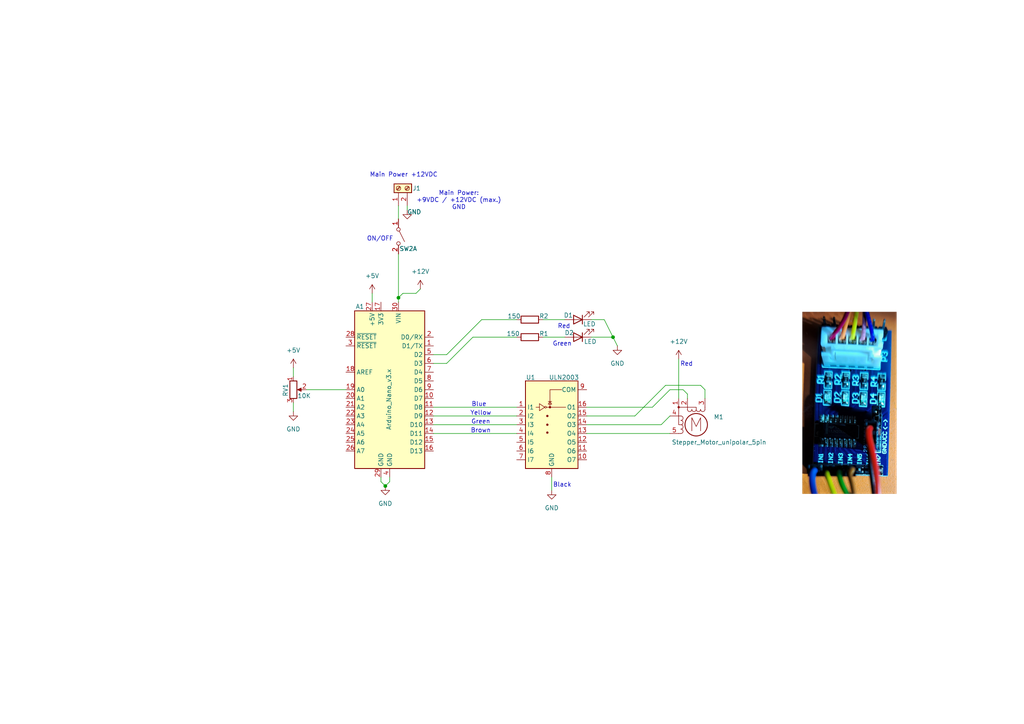
<source format=kicad_sch>
(kicad_sch (version 20250114) (generator "eeschema") (generator_version "9.0")
  (paper "A4")
  (title_block (title "Pot-meter controller for stepMotor") (date "2025-05-28") (rev "ver. 1.2") (company "EaCode") (comment 1 "HgMJK, N-bane"))
  (lib_symbols
    (symbol "Connector:Screw_Terminal_01x02" (pin_names (offset 1.016) (hide yes))
      (property "Reference" "J" (at 0 2.54 0))
      (property "Value" "Screw_Terminal_01x02" (at 0 -5.08 0))
      (symbol "Screw_Terminal_01x02_1_1"
        (rectangle (start -1.27 1.27) (end 1.27 -3.81) (stroke (width 0.254)) (fill (type background)))
        (polyline (pts (xy -0.5334 0.3302) (xy 0.3302 -0.508)) (stroke (width 0.1524)))
        (polyline (pts (xy -0.5334 -2.2098) (xy 0.3302 -3.048)) (stroke (width 0.1524)))
        (polyline (pts (xy -0.3556 0.508) (xy 0.508 -0.3302)) (stroke (width 0.1524)))
        (polyline (pts (xy -0.3556 -2.032) (xy 0.508 -2.8702)) (stroke (width 0.1524)))
        (circle (center 0 0) (radius 0.635) (stroke (width 0.1524)))
        (circle (center 0 -2.54) (radius 0.635) (stroke (width 0.1524)))
        (pin passive line (at -5.08 0 0) (length 3.81) (name "Pin_1") (number "1"))
        (pin passive line (at -5.08 -2.54 0) (length 3.81) (name "Pin_2") (number "2"))
      )
    )
    (symbol "Device:LED" (pin_numbers (hide yes)) (pin_names (offset 1.016) (hide yes))
      (property "Reference" "D" (at 0 2.54 0))
      (property "Value" "LED" (at 0 -2.54 0))
      (symbol "LED_0_1"
        (polyline (pts (xy -3.048 -0.762) (xy -4.572 -2.286) (xy -3.81 -2.286) (xy -4.572 -2.286) (xy -4.572 -1.524)))
        (polyline (pts (xy -1.778 -0.762) (xy -3.302 -2.286) (xy -2.54 -2.286) (xy -3.302 -2.286) (xy -3.302 -1.524)))
        (polyline (pts (xy -1.27 0) (xy 1.27 0)))
        (polyline (pts (xy -1.27 -1.27) (xy -1.27 1.27)) (stroke (width 0.254)))
        (polyline (pts (xy 1.27 -1.27) (xy 1.27 1.27) (xy -1.27 0) (xy 1.27 -1.27)) (stroke (width 0.254)))
      )
      (symbol "LED_1_1"
        (pin passive line (at -3.81 0 0) (length 2.54) (name "K") (number "1"))
        (pin passive line (at 3.81 0 180) (length 2.54) (name "A") (number "2"))
      )
    )
    (symbol "Device:R" (pin_numbers (hide yes)) (pin_names (offset 0))
      (property "Reference" "R" (at 2.032 0 90))
      (property "Value" "R" (at 0 0 90))
      (symbol "R_0_1"
        (rectangle (start -1.016 -2.54) (end 1.016 2.54) (stroke (width 0.254)))
      )
      (symbol "R_1_1"
        (pin passive line (at 0 3.81 270) (length 1.27) (name "~") (number "1"))
        (pin passive line (at 0 -3.81 90) (length 1.27) (name "~") (number "2"))
      )
    )
    (symbol "Device:R_Potentiometer" (pin_names (offset 1.016) (hide yes))
      (property "Reference" "RV" (at -4.445 0 90))
      (property "Value" "R_Potentiometer" (at -2.54 0 90))
      (symbol "R_Potentiometer_0_1"
        (rectangle (start 1.016 2.54) (end -1.016 -2.54) (stroke (width 0.254)))
        (polyline (pts (xy 1.143 0) (xy 2.286 0.508) (xy 2.286 -0.508) (xy 1.143 0)) (fill (type outline)))
        (polyline (pts (xy 2.54 0) (xy 1.524 0)))
      )
      (symbol "R_Potentiometer_1_1"
        (pin passive line (at 0 3.81 270) (length 1.27) (name "1") (number "1"))
        (pin passive line (at 0 -3.81 90) (length 1.27) (name "3") (number "3"))
        (pin passive line (at 3.81 0 180) (length 1.27) (name "2") (number "2"))
      )
    )
    (symbol "MCU_Module:Arduino_Nano_v3.x"
      (property "Reference" "A" (at -10.16 23.495 0))
      (property "Value" "Arduino_Nano_v3.x" (at 5.08 -24.13 0))
      (symbol "Arduino_Nano_v3.x_0_1"
        (rectangle (start -10.16 22.86) (end 10.16 -22.86) (stroke (width 0.254)) (fill (type background)))
      )
      (symbol "Arduino_Nano_v3.x_1_1"
        (pin bidirectional line (at -12.7 15.24 0) (length 2.54) (name "D0/RX") (number "2"))
        (pin bidirectional line (at -12.7 12.7 0) (length 2.54) (name "D1/TX") (number "1"))
        (pin bidirectional line (at -12.7 10.16 0) (length 2.54) (name "D2") (number "5"))
        (pin bidirectional line (at -12.7 7.62 0) (length 2.54) (name "D3") (number "6"))
        (pin bidirectional line (at -12.7 5.08 0) (length 2.54) (name "D4") (number "7"))
        (pin bidirectional line (at -12.7 2.54 0) (length 2.54) (name "D5") (number "8"))
        (pin bidirectional line (at -12.7 0 0) (length 2.54) (name "D6") (number "9"))
        (pin bidirectional line (at -12.7 -2.54 0) (length 2.54) (name "D7") (number "10"))
        (pin bidirectional line (at -12.7 -5.08 0) (length 2.54) (name "D8") (number "11"))
        (pin bidirectional line (at -12.7 -7.62 0) (length 2.54) (name "D9") (number "12"))
        (pin bidirectional line (at -12.7 -10.16 0) (length 2.54) (name "D10") (number "13"))
        (pin bidirectional line (at -12.7 -12.7 0) (length 2.54) (name "D11") (number "14"))
        (pin bidirectional line (at -12.7 -15.24 0) (length 2.54) (name "D12") (number "15"))
        (pin bidirectional line (at -12.7 -17.78 0) (length 2.54) (name "D13") (number "16"))
        (pin power_in line (at -2.54 25.4 270) (length 2.54) (name "VIN") (number "30"))
        (pin power_in line (at 0 -25.4 90) (length 2.54) (name "GND") (number "4"))
        (pin power_out line (at 2.54 25.4 270) (length 2.54) (name "3V3") (number "17"))
        (pin power_in line (at 2.54 -25.4 90) (length 2.54) (name "GND") (number "29"))
        (pin power_out line (at 5.08 25.4 270) (length 2.54) (name "+5V") (number "27"))
        (pin input line (at 12.7 15.24 180) (length 2.54) (name "~{RESET}") (number "28"))
        (pin input line (at 12.7 12.7 180) (length 2.54) (name "~{RESET}") (number "3"))
        (pin input line (at 12.7 5.08 180) (length 2.54) (name "AREF") (number "18"))
        (pin bidirectional line (at 12.7 0 180) (length 2.54) (name "A0") (number "19"))
        (pin bidirectional line (at 12.7 -2.54 180) (length 2.54) (name "A1") (number "20"))
        (pin bidirectional line (at 12.7 -5.08 180) (length 2.54) (name "A2") (number "21"))
        (pin bidirectional line (at 12.7 -7.62 180) (length 2.54) (name "A3") (number "22"))
        (pin bidirectional line (at 12.7 -10.16 180) (length 2.54) (name "A4") (number "23"))
        (pin bidirectional line (at 12.7 -12.7 180) (length 2.54) (name "A5") (number "24"))
        (pin bidirectional line (at 12.7 -15.24 180) (length 2.54) (name "A6") (number "25"))
        (pin bidirectional line (at 12.7 -17.78 180) (length 2.54) (name "A7") (number "26"))
      )
    )
    (symbol "Motor:Stepper_Motor_unipolar_5pin" (pin_names (offset 0) (hide yes))
      (property "Reference" "M" (at 3.81 2.54 0))
      (property "Value" "Stepper_Motor_unipolar_5pin" (at 3.81 1.27 0))
      (symbol "Stepper_Motor_unipolar_5pin_0_0"
        (polyline (pts (xy -1.27 -1.778) (xy -1.27 2.032) (xy 0 -0.508) (xy 1.27 2.032) (xy 1.27 -1.778)))
      )
      (symbol "Stepper_Motor_unipolar_5pin_0_1"
        (circle (center -5.08 5.08) (radius 0.0001) (fill (type outline)))
        (circle (center -5.08 5.08) (radius 0.254) (fill (type outline)))
        (polyline (pts (xy -5.08 5.08) (xy -5.08 0) (xy -4.445 0)))
        (polyline (pts (xy -5.08 2.54) (xy -4.445 2.54)))
        (polyline (pts (xy -5.08 -2.54) (xy -4.445 -2.54)))
        (arc (start -4.445 2.54) (mid -3.8127 1.905) (end -4.445 1.27))
        (arc (start -4.445 1.27) (mid -3.8127 0.635) (end -4.445 0))
        (arc (start -4.445 0) (mid -3.8127 -0.635) (end -4.445 -1.27))
        (arc (start -4.445 -1.27) (mid -3.8127 -1.905) (end -4.445 -2.54))
        (polyline (pts (xy -2.54 4.445) (xy -2.54 5.08)))
        (arc (start -1.27 4.445) (mid -1.905 3.8127) (end -2.54 4.445))
        (arc (start 0 4.445) (mid -0.635 3.8127) (end -1.27 4.445))
        (polyline (pts (xy 0 4.445) (xy 0 5.08) (xy -5.08 5.08)))
        (circle (center 0 0) (radius 3.2512) (stroke (width 0.254)))
        (arc (start 1.27 4.445) (mid 0.635 3.8127) (end 0 4.445))
        (arc (start 2.54 4.445) (mid 1.905 3.8127) (end 1.27 4.445))
        (polyline (pts (xy 2.54 4.445) (xy 2.54 5.08)))
      )
      (symbol "Stepper_Motor_unipolar_5pin_1_1"
        (pin passive line (at -7.62 2.54 0) (length 2.54) (name "~") (number "4"))
        (pin passive line (at -7.62 -2.54 0) (length 2.54) (name "~") (number "5"))
        (pin passive line (at -5.08 7.62 270) (length 2.54) (name "~") (number "1"))
        (pin passive line (at -2.54 7.62 270) (length 2.54) (name "~") (number "2"))
        (pin passive line (at 2.54 7.62 270) (length 2.54) (name "-") (number "3"))
      )
    )
    (symbol "Switch:SW_DPST_x2" (pin_names (offset 0) (hide yes))
      (property "Reference" "SW" (at 0 3.175 0))
      (property "Value" "SW_DPST_x2" (at 0 -2.54 0))
      (symbol "SW_DPST_x2_0_0"
        (circle (center -2.032 0) (radius 0.508))
        (polyline (pts (xy -1.524 0.254) (xy 1.524 1.778)))
        (circle (center 2.032 0) (radius 0.508))
      )
      (symbol "SW_DPST_x2_1_1"
        (pin passive line (at -5.08 0 0) (length 2.54) (name "A") (number "1"))
        (pin passive line (at 5.08 0 180) (length 2.54) (name "B") (number "2"))
      )
      (symbol "SW_DPST_x2_2_1"
        (pin passive line (at -5.08 0 0) (length 2.54) (name "A") (number "3"))
        (pin passive line (at 5.08 0 180) (length 2.54) (name "B") (number "4"))
      )
    )
    (symbol "Transistor_Array:ULN2003"
      (property "Reference" "U" (at 0 15.875 0))
      (property "Value" "ULN2003" (at 0 13.97 0))
      (symbol "ULN2003_0_1"
        (rectangle (start -7.62 -12.7) (end 7.62 12.7) (stroke (width 0.254)) (fill (type background)))
        (polyline (pts (xy -4.572 5.08) (xy -3.556 5.08)))
        (polyline (pts (xy -3.556 6.096) (xy -3.556 4.064) (xy -2.032 5.08) (xy -3.556 6.096)))
        (circle (center -1.778 5.08) (radius 0.254))
        (polyline (pts (xy -1.524 5.08) (xy 4.064 5.08)))
        (circle (center -1.27 2.54) (radius 0.254) (fill (type outline)))
        (circle (center -1.27 0) (radius 0.254) (fill (type outline)))
        (circle (center -1.27 -2.286) (radius 0.254) (fill (type outline)))
        (circle (center -0.508 5.08) (radius 0.254) (fill (type outline)))
        (polyline (pts (xy -0.508 5.08) (xy -0.508 10.16) (xy 2.921 10.16)))
        (polyline (pts (xy 0 6.731) (xy -1.016 6.731)))
        (polyline (pts (xy 0 5.969) (xy -1.016 5.969) (xy -0.508 6.731) (xy 0 5.969)))
      )
      (symbol "ULN2003_1_1"
        (pin input line (at -10.16 5.08 0) (length 2.54) (name "I1") (number "1"))
        (pin input line (at -10.16 2.54 0) (length 2.54) (name "I2") (number "2"))
        (pin input line (at -10.16 0 0) (length 2.54) (name "I3") (number "3"))
        (pin input line (at -10.16 -2.54 0) (length 2.54) (name "I4") (number "4"))
        (pin input line (at -10.16 -5.08 0) (length 2.54) (name "I5") (number "5"))
        (pin input line (at -10.16 -7.62 0) (length 2.54) (name "I6") (number "6"))
        (pin input line (at -10.16 -10.16 0) (length 2.54) (name "I7") (number "7"))
        (pin power_in line (at 0 -15.24 90) (length 2.54) (name "GND") (number "8"))
        (pin passive line (at 10.16 10.16 180) (length 2.54) (name "COM") (number "9"))
        (pin open_collector line (at 10.16 5.08 180) (length 2.54) (name "O1") (number "16"))
        (pin open_collector line (at 10.16 2.54 180) (length 2.54) (name "O2") (number "15"))
        (pin open_collector line (at 10.16 0 180) (length 2.54) (name "O3") (number "14"))
        (pin open_collector line (at 10.16 -2.54 180) (length 2.54) (name "O4") (number "13"))
        (pin open_collector line (at 10.16 -5.08 180) (length 2.54) (name "O5") (number "12"))
        (pin open_collector line (at 10.16 -7.62 180) (length 2.54) (name "O6") (number "11"))
        (pin open_collector line (at 10.16 -10.16 180) (length 2.54) (name "O7") (number "10"))
      )
    )
    (symbol "power:+12V" (power) (pin_numbers (hide yes)) (pin_names (offset 0) (hide yes))
      (property "Value" "+12V" (at 0 3.556 0))
      (symbol "+12V_0_1"
        (polyline (pts (xy -0.762 1.27) (xy 0 2.54)))
        (polyline (pts (xy 0 2.54) (xy 0.762 1.27)))
        (polyline (pts (xy 0 0) (xy 0 2.54)))
      )
      (symbol "+12V_1_1"
        (pin power_in line (at 0 0 90) (length 0) (name "~") (number "1"))
      )
    )
    (symbol "power:+5V" (power) (pin_numbers (hide yes)) (pin_names (offset 0) (hide yes))
      (property "Value" "+5V" (at 0 3.556 0))
      (symbol "+5V_0_1"
        (polyline (pts (xy -0.762 1.27) (xy 0 2.54)))
        (polyline (pts (xy 0 2.54) (xy 0.762 1.27)))
        (polyline (pts (xy 0 0) (xy 0 2.54)))
      )
      (symbol "+5V_1_1"
        (pin power_in line (at 0 0 90) (length 0) (name "~") (number "1"))
      )
    )
    (symbol "power:GND" (power) (pin_numbers (hide yes)) (pin_names (offset 0) (hide yes))
      (property "Value" "GND" (at 0 -3.81 0))
      (symbol "GND_0_1"
        (polyline (pts (xy 0 0) (xy 0 -1.27) (xy 1.27 -1.27) (xy 0 -2.54) (xy -1.27 -1.27) (xy 0 -1.27)))
      )
      (symbol "GND_1_1"
        (pin power_in line (at 0 0 270) (length 0) (name "~") (number "1"))
      )
    )
  )
  (text "Main Power +12VDC" (at 117.094 50.8 0) (effects (font (size 1.27 1.27))))
  (text "Red" (at 163.576 94.742 0) (effects (font (size 1.27 1.27))))
  (text "Black" (at 163.068 140.716 0) (effects (font (size 1.27 1.27))))
  (text "Green" (at 163.068 99.822 0) (effects (font (size 1.27 1.27))))
  (text "Red" (at 199.136 105.664 0) (effects (font (size 1.27 1.27))))
  (text "Green" (at 139.446 122.428 0) (effects (font (size 1.27 1.27))))
  (text "Main Power:\n+9VDC / +12VDC (max.)\nGND\n" (at 133.096 58.166 0) (effects (font (size 1.27 1.27))))
  (text "ON/OFF" (at 110.236 69.342 0) (effects (font (size 1.27 1.27))))
  (text "Yellow" (at 139.446 119.888 0) (effects (font (size 1.27 1.27))))
  (text "Brown" (at 139.446 124.968 0) (effects (font (size 1.27 1.27))))
  (text "Blue" (at 138.938 117.348 0) (effects (font (size 1.27 1.27))))
  (junction (at 115.57 86.36))
  (junction (at 177.8 97.79))
  (junction (at 111.76 140.97))
  (wire (pts (xy 115.57 59.69) (xy 115.57 63.5)))
  (wire (pts (xy 160.02 142.24) (xy 160.02 138.43)))
  (wire (pts (xy 113.03 138.43) (xy 113.03 139.7)))
  (wire (pts (xy 171.45 97.79) (xy 177.8 97.79)))
  (wire (pts (xy 194.31 113.03) (xy 198.12 113.03)))
  (wire (pts (xy 125.73 102.87) (xy 129.54 102.87)))
  (wire (pts (xy 110.49 139.7) (xy 111.76 140.97)))
  (wire (pts (xy 199.39 114.3) (xy 199.39 115.57)))
  (wire (pts (xy 118.11 59.69) (xy 118.11 60.96)))
  (wire (pts (xy 116.84 85.09) (xy 115.57 86.36)))
  (wire (pts (xy 149.86 92.71) (xy 139.7 92.71)))
  (wire (pts (xy 115.57 73.66) (xy 115.57 86.36)))
  (wire (pts (xy 196.85 104.14) (xy 196.85 115.57)))
  (wire (pts (xy 115.57 86.36) (xy 115.57 87.63)))
  (wire (pts (xy 170.18 123.19) (xy 191.77 123.19)))
  (wire (pts (xy 189.23 118.11) (xy 194.31 113.03)))
  (wire (pts (xy 157.48 92.71) (xy 163.83 92.71)))
  (wire (pts (xy 139.7 92.71) (xy 129.54 102.87)))
  (wire (pts (xy 121.92 83.82) (xy 120.65 85.09)))
  (wire (pts (xy 204.47 115.57) (xy 204.47 113.03)))
  (wire (pts (xy 116.84 85.09) (xy 120.65 85.09)))
  (wire (pts (xy 204.47 113.03) (xy 203.2 111.76)))
  (wire (pts (xy 113.03 139.7) (xy 111.76 140.97)))
  (wire (pts (xy 88.9 113.03) (xy 100.33 113.03)))
  (wire (pts (xy 85.09 116.84) (xy 85.09 119.38)))
  (wire (pts (xy 125.73 125.73) (xy 149.86 125.73)))
  (wire (pts (xy 198.12 113.03) (xy 199.39 114.3)))
  (wire (pts (xy 110.49 138.43) (xy 110.49 139.7)))
  (wire (pts (xy 125.73 118.11) (xy 149.86 118.11)))
  (wire (pts (xy 170.18 118.11) (xy 189.23 118.11)))
  (wire (pts (xy 170.18 125.73) (xy 194.31 125.73)))
  (wire (pts (xy 85.09 106.68) (xy 85.09 109.22)))
  (wire (pts (xy 177.8 97.79) (xy 179.07 100.33)))
  (wire (pts (xy 170.18 120.65) (xy 184.15 120.65)))
  (wire (pts (xy 137.16 97.79) (xy 149.86 97.79)))
  (wire (pts (xy 107.95 85.09) (xy 107.95 87.63)))
  (wire (pts (xy 171.45 92.71) (xy 175.26 92.71)))
  (wire (pts (xy 125.73 123.19) (xy 149.86 123.19)))
  (wire (pts (xy 125.73 105.41) (xy 129.54 105.41)))
  (wire (pts (xy 137.16 97.79) (xy 129.54 105.41)))
  (wire (pts (xy 193.04 111.76) (xy 184.15 120.65)))
  (wire (pts (xy 191.77 123.19) (xy 194.31 120.65)))
  (wire (pts (xy 157.48 97.79) (xy 163.83 97.79)))
  (wire (pts (xy 175.26 92.71) (xy 177.8 97.79)))
  (wire (pts (xy 125.73 120.65) (xy 149.86 120.65)))
  (wire (pts (xy 193.04 111.76) (xy 203.2 111.76)))
  (image (at 246.38 116.84) (scale 0.181263))
  (symbol (lib_id "Device:R") (at 153.67 92.71 90) (unit 1)
    (property "Reference" "R2" (at 157.734 91.694 90))
    (property "Value" "150" (at 149.098 91.694 90))
    (property "Description" "Resistor" (effects (hide yes)))
  )
  (symbol (lib_id "Device:R") (at 153.67 97.79 270) (unit 1)
    (property "Reference" "R1" (at 157.734 96.774 90))
    (property "Value" "150" (at 148.844 96.774 90))
    (property "Description" "Resistor" (effects (hide yes)))
  )
  (symbol (lib_id "Device:R_Potentiometer") (at 85.09 113.03 0) (unit 1)
    (property "Reference" "RV1" (at 82.804 111.252 90) (effects (justify right)))
    (property "Value" "10K" (at 90.17 114.808 0) (effects (justify right)))
    (property "Description" "Potentiometer" (effects (hide yes)))
  )
  (symbol (lib_id "power:GND") (at 85.09 119.38 0) (unit 1)
    (property "Reference" "#PWR07" (effects (hide yes)))
    (property "Value" "GND" (at 85.09 124.46 0))
    (property "Description" "Power symbol creates a global label with name \"GND\" , ground" (effects (hide yes)))
  )
  (symbol (lib_id "Connector:Screw_Terminal_01x02") (at 115.57 54.61 90) (unit 1)
    (property "Reference" "J1" (at 119.634 54.61 90) (effects (justify right)))
    (property "Value" "Screw_Terminal_01x02" (effects (hide yes)))
    (property "Description" "Generic screw terminal, single row, 01x02, script generated (kicad-library-utils/schlib/autogen/connector/)" (effects (hide yes)))
  )
  (symbol (lib_id "power:GND") (at 179.07 100.33 0) (unit 1)
    (property "Reference" "#PWR01" (effects (hide yes)))
    (property "Value" "GND" (at 179.07 105.41 0))
    (property "Description" "Power symbol creates a global label with name \"GND\" , ground" (effects (hide yes)))
  )
  (symbol (lib_id "power:+5V") (at 107.95 85.09 0) (unit 1)
    (property "Reference" "#PWR09" (effects (hide yes)))
    (property "Value" "+5V" (at 107.95 80.01 0))
    (property "Description" "Power symbol creates a global label with name \"+5V\"" (effects (hide yes)))
  )
  (symbol (lib_id "Device:LED") (at 167.64 97.79 180) (unit 1)
    (property "Reference" "D2" (at 165.1 96.52 0))
    (property "Value" "LED" (at 171.196 99.06 0))
    (property "Description" "Light emitting diode" (effects (hide yes)))
    (property "Sim.Pins" "1=K 2=A" (effects (hide yes)))
  )
  (symbol (lib_id "Transistor_Array:ULN2003") (at 160.02 123.19 0) (unit 1)
    (property "Reference" "U1" (at 153.924 109.474 0))
    (property "Value" "ULN2003" (at 163.576 109.474 0))
    (property "Datasheet" "http://www.ti.com/lit/ds/symlink/uln2003a.pdf" (effects (hide yes)))
    (property "Description" "High Voltage, High Current Darlington Transistor Arrays, SOIC16/SOIC16W/DIP16/TSSOP16" (effects (hide yes)))
  )
  (symbol (lib_id "power:GND") (at 160.02 142.24 0) (unit 1)
    (property "Reference" "#PWR02" (effects (hide yes)))
    (property "Value" "GND" (at 160.02 147.32 0))
    (property "Description" "Power symbol creates a global label with name \"GND\" , ground" (effects (hide yes)))
  )
  (symbol (lib_id "power:+12V") (at 121.92 83.82 0) (unit 1)
    (property "Reference" "#PWR08" (effects (hide yes)))
    (property "Value" "+12V" (at 121.92 78.74 0))
    (property "Description" "Power symbol creates a global label with name \"+12V\"" (effects (hide yes)))
  )
  (symbol (lib_id "Motor:Stepper_Motor_unipolar_5pin") (at 201.93 123.19 0) (unit 1)
    (property "Reference" "M1" (at 207.01 120.942 0) (effects (justify left)))
    (property "Value" "Stepper_Motor_unipolar_5pin" (at 194.818 128.27 0) (effects (justify left)))
    (property "Datasheet" "http://www.infineon.com/dgdl/Application-Note-TLE8110EE_driving_UniPolarStepperMotor_V1.1.pdf?fileId=db3a30431be39b97011be5d0aa0a00b0" (effects (hide yes)))
    (property "Description" "5-wire unipolar stepper motor" (effects (hide yes)))
  )
  (symbol (lib_id "Device:LED") (at 167.64 92.71 180) (unit 1)
    (property "Reference" "D1" (at 164.846 91.44 0))
    (property "Value" "LED" (at 170.942 93.98 0))
    (property "Description" "Light emitting diode" (effects (hide yes)))
    (property "Sim.Pins" "1=K 2=A" (effects (hide yes)))
  )
  (symbol (lib_id "power:+12V") (at 196.85 104.14 0) (unit 1)
    (property "Reference" "#PWR03" (effects (hide yes)))
    (property "Value" "+12V" (at 196.85 99.06 0))
    (property "Description" "Power symbol creates a global label with name \"+12V\"" (effects (hide yes)))
  )
  (symbol (lib_id "MCU_Module:Arduino_Nano_v3.x") (at 113.03 113.03 0) (mirror y) (unit 1)
    (property "Reference" "A1" (at 103.124 88.9 0) (effects (justify right)))
    (property "Value" "Arduino_Nano_v3.x" (at 112.776 106.934 90) (effects (justify right)))
    (property "Footprint" "Module:Arduino_Nano" (effects (hide yes)))
    (property "Datasheet" "http://www.mouser.com/pdfdocs/Gravitech_Arduino_Nano3_0.pdf" (effects (hide yes)))
    (property "Description" "Arduino Nano v3.x" (effects (hide yes)))
  )
  (symbol (lib_id "Switch:SW_DPST_x2") (at 115.57 68.58 270) (unit 1)
    (property "Reference" "SW2" (at 115.824 72.136 90) (effects (justify left)))
    (property "Value" "SW_DPST_x2" (effects (hide yes)))
    (property "Description" "Single Pole Single Throw (SPST) switch, separate symbol" (effects (hide yes)))
  )
  (symbol (lib_id "power:GND") (at 118.11 60.96 0) (unit 1)
    (property "Reference" "#PWR04" (effects (hide yes)))
    (property "Value" "GND" (at 120.142 61.468 0))
    (property "Description" "Power symbol creates a global label with name \"GND\" , ground" (effects (hide yes)))
  )
  (symbol (lib_id "power:GND") (at 111.76 140.97 0) (unit 1)
    (property "Reference" "#PWR06" (effects (hide yes)))
    (property "Value" "GND" (at 111.76 146.05 0))
    (property "Description" "Power symbol creates a global label with name \"GND\" , ground" (effects (hide yes)))
  )
  (symbol (lib_id "power:+5V") (at 85.09 106.68 0) (unit 1)
    (property "Reference" "#PWR05" (effects (hide yes)))
    (property "Value" "+5V" (at 85.09 101.6 0))
    (property "Description" "Power symbol creates a global label with name \"+5V\"" (effects (hide yes)))
  )
)
</source>
